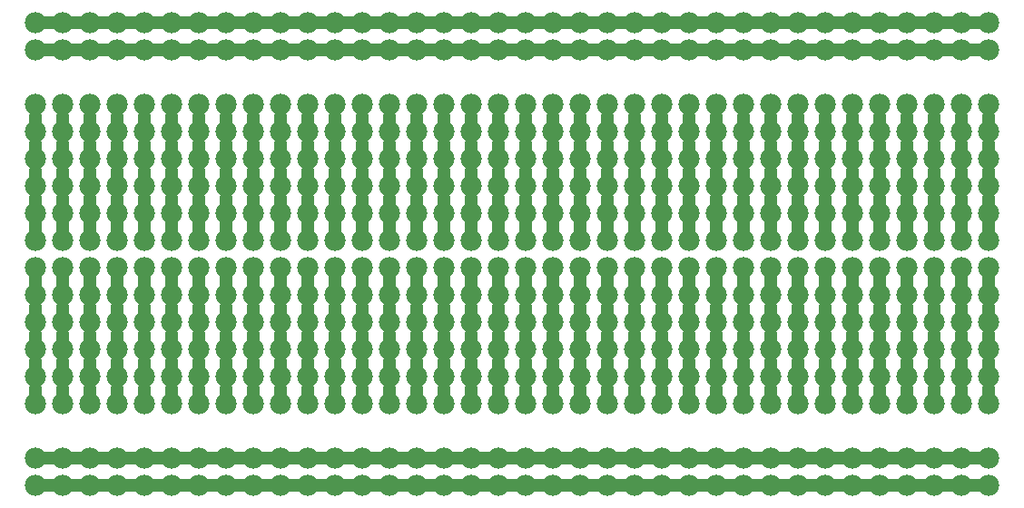
<source format=gtl>
G04 MADE WITH FRITZING*
G04 WWW.FRITZING.ORG*
G04 DOUBLE SIDED*
G04 HOLES PLATED*
G04 CONTOUR ON CENTER OF CONTOUR VECTOR*
%ASAXBY*%
%FSLAX23Y23*%
%MOIN*%
%OFA0B0*%
%SFA1.0B1.0*%
%ADD10C,0.078000*%
%ADD11C,0.048000*%
%LNCOPPER1*%
G90*
G70*
G54D10*
X3731Y1735D03*
X3631Y1735D03*
X3531Y1735D03*
X3431Y1735D03*
X3331Y1735D03*
X3231Y1735D03*
X3131Y1735D03*
X3031Y1735D03*
X2931Y1735D03*
X2831Y1735D03*
X2731Y1735D03*
X2631Y1735D03*
X2531Y1735D03*
X2431Y1735D03*
X2331Y1735D03*
X2231Y1735D03*
X2131Y1735D03*
X2031Y1735D03*
X1931Y1735D03*
X1831Y1735D03*
X1731Y1735D03*
X1631Y1735D03*
X1531Y1735D03*
X1431Y1735D03*
X1331Y1735D03*
X1231Y1735D03*
X1131Y1735D03*
X1031Y1735D03*
X931Y1735D03*
X831Y1735D03*
X731Y1735D03*
X631Y1735D03*
X531Y1735D03*
X431Y1735D03*
X331Y1735D03*
X231Y1735D03*
X3730Y1835D03*
X3630Y1835D03*
X3530Y1835D03*
X3430Y1835D03*
X3330Y1835D03*
X3230Y1835D03*
X3130Y1835D03*
X3030Y1835D03*
X2930Y1835D03*
X2830Y1835D03*
X2730Y1835D03*
X2630Y1835D03*
X2530Y1835D03*
X2430Y1835D03*
X2330Y1835D03*
X2230Y1835D03*
X2130Y1835D03*
X2030Y1835D03*
X1930Y1835D03*
X1830Y1835D03*
X1730Y1835D03*
X1630Y1835D03*
X1530Y1835D03*
X1430Y1835D03*
X1330Y1835D03*
X1230Y1835D03*
X1130Y1835D03*
X1030Y1835D03*
X930Y1835D03*
X830Y1835D03*
X730Y1835D03*
X630Y1835D03*
X530Y1835D03*
X430Y1835D03*
X330Y1835D03*
X230Y1835D03*
X3730Y1435D03*
X3630Y1435D03*
X3530Y1435D03*
X3430Y1435D03*
X3330Y1435D03*
X3230Y1435D03*
X3130Y1435D03*
X3030Y1435D03*
X2930Y1435D03*
X2830Y1435D03*
X2730Y1435D03*
X2630Y1435D03*
X2530Y1435D03*
X2430Y1435D03*
X2330Y1435D03*
X2230Y1435D03*
X2130Y1435D03*
X2030Y1435D03*
X1930Y1435D03*
X1830Y1435D03*
X1730Y1435D03*
X1630Y1435D03*
X1530Y1435D03*
X1430Y1435D03*
X1330Y1435D03*
X1230Y1435D03*
X1130Y1435D03*
X1030Y1435D03*
X930Y1435D03*
X830Y1435D03*
X730Y1435D03*
X630Y1435D03*
X530Y1435D03*
X430Y1435D03*
X330Y1435D03*
X230Y1435D03*
X3730Y1235D03*
X3630Y1235D03*
X3530Y1235D03*
X3430Y1235D03*
X3330Y1235D03*
X3230Y1235D03*
X3130Y1235D03*
X3030Y1235D03*
X2930Y1235D03*
X2830Y1235D03*
X2730Y1235D03*
X2630Y1235D03*
X2530Y1235D03*
X2430Y1235D03*
X2330Y1235D03*
X2230Y1235D03*
X2130Y1235D03*
X2030Y1235D03*
X1930Y1235D03*
X1830Y1235D03*
X1730Y1235D03*
X1630Y1235D03*
X1530Y1235D03*
X1430Y1235D03*
X1330Y1235D03*
X1230Y1235D03*
X1130Y1235D03*
X1030Y1235D03*
X930Y1235D03*
X830Y1235D03*
X730Y1235D03*
X630Y1235D03*
X530Y1235D03*
X430Y1235D03*
X330Y1235D03*
X230Y1235D03*
X3730Y1535D03*
X3630Y1535D03*
X3530Y1535D03*
X3430Y1535D03*
X3330Y1535D03*
X3230Y1535D03*
X3130Y1535D03*
X3030Y1535D03*
X2930Y1535D03*
X2830Y1535D03*
X2730Y1535D03*
X2630Y1535D03*
X2530Y1535D03*
X2430Y1535D03*
X2330Y1535D03*
X2230Y1535D03*
X2130Y1535D03*
X2030Y1535D03*
X1930Y1535D03*
X1830Y1535D03*
X1730Y1535D03*
X1630Y1535D03*
X1530Y1535D03*
X1430Y1535D03*
X1330Y1535D03*
X1230Y1535D03*
X1130Y1535D03*
X1030Y1535D03*
X930Y1535D03*
X830Y1535D03*
X730Y1535D03*
X630Y1535D03*
X530Y1535D03*
X430Y1535D03*
X330Y1535D03*
X230Y1535D03*
X3731Y1335D03*
X3631Y1335D03*
X3531Y1335D03*
X3431Y1335D03*
X3331Y1335D03*
X3231Y1335D03*
X3131Y1335D03*
X3031Y1335D03*
X2931Y1335D03*
X2831Y1335D03*
X2731Y1335D03*
X2631Y1335D03*
X2531Y1335D03*
X2431Y1335D03*
X2331Y1335D03*
X2231Y1335D03*
X2131Y1335D03*
X2031Y1335D03*
X1931Y1335D03*
X1831Y1335D03*
X1731Y1335D03*
X1631Y1335D03*
X1531Y1335D03*
X1431Y1335D03*
X1331Y1335D03*
X1231Y1335D03*
X1131Y1335D03*
X1031Y1335D03*
X931Y1335D03*
X831Y1335D03*
X731Y1335D03*
X631Y1335D03*
X531Y1335D03*
X431Y1335D03*
X331Y1335D03*
X231Y1335D03*
X3730Y1135D03*
X3630Y1135D03*
X3530Y1135D03*
X3430Y1135D03*
X3330Y1135D03*
X3230Y1135D03*
X3130Y1135D03*
X3030Y1135D03*
X2930Y1135D03*
X2830Y1135D03*
X2730Y1135D03*
X2630Y1135D03*
X2530Y1135D03*
X2430Y1135D03*
X2330Y1135D03*
X2230Y1135D03*
X2130Y1135D03*
X2030Y1135D03*
X1930Y1135D03*
X1830Y1135D03*
X1730Y1135D03*
X1630Y1135D03*
X1530Y1135D03*
X1430Y1135D03*
X1330Y1135D03*
X1230Y1135D03*
X1130Y1135D03*
X1030Y1135D03*
X930Y1135D03*
X830Y1135D03*
X730Y1135D03*
X630Y1135D03*
X530Y1135D03*
X430Y1135D03*
X330Y1135D03*
X230Y1135D03*
X3731Y136D03*
X3631Y136D03*
X3531Y136D03*
X3431Y136D03*
X3331Y136D03*
X3231Y136D03*
X3131Y136D03*
X3031Y136D03*
X2931Y136D03*
X2831Y136D03*
X2731Y136D03*
X2631Y136D03*
X2531Y136D03*
X2431Y136D03*
X2331Y136D03*
X2231Y136D03*
X2131Y136D03*
X2031Y136D03*
X1931Y136D03*
X1831Y136D03*
X1731Y136D03*
X1631Y136D03*
X1531Y136D03*
X1431Y136D03*
X1331Y136D03*
X1231Y136D03*
X1131Y136D03*
X1031Y136D03*
X931Y136D03*
X831Y136D03*
X731Y136D03*
X631Y136D03*
X531Y136D03*
X431Y136D03*
X331Y136D03*
X231Y136D03*
X3730Y236D03*
X3630Y236D03*
X3530Y236D03*
X3430Y236D03*
X3330Y236D03*
X3230Y236D03*
X3130Y236D03*
X3030Y236D03*
X2930Y236D03*
X2830Y236D03*
X2730Y236D03*
X2630Y236D03*
X2530Y236D03*
X2430Y236D03*
X2330Y236D03*
X2230Y236D03*
X2130Y236D03*
X2030Y236D03*
X1930Y236D03*
X1830Y236D03*
X1730Y236D03*
X1630Y236D03*
X1530Y236D03*
X1430Y236D03*
X1330Y236D03*
X1230Y236D03*
X1130Y236D03*
X1030Y236D03*
X930Y236D03*
X830Y236D03*
X730Y236D03*
X630Y236D03*
X530Y236D03*
X430Y236D03*
X330Y236D03*
X230Y236D03*
X3730Y635D03*
X3630Y635D03*
X3530Y635D03*
X3430Y635D03*
X3330Y635D03*
X3230Y635D03*
X3130Y635D03*
X3030Y635D03*
X2930Y635D03*
X2830Y635D03*
X2730Y635D03*
X2630Y635D03*
X2530Y635D03*
X2430Y635D03*
X2330Y635D03*
X2230Y635D03*
X2130Y635D03*
X2030Y635D03*
X1930Y635D03*
X1830Y635D03*
X1730Y635D03*
X1630Y635D03*
X1530Y635D03*
X1430Y635D03*
X1330Y635D03*
X1230Y635D03*
X1130Y635D03*
X1030Y635D03*
X930Y635D03*
X830Y635D03*
X730Y635D03*
X630Y635D03*
X530Y635D03*
X430Y635D03*
X330Y635D03*
X230Y635D03*
X3730Y435D03*
X3630Y435D03*
X3530Y435D03*
X3430Y435D03*
X3330Y435D03*
X3230Y435D03*
X3130Y435D03*
X3030Y435D03*
X2930Y435D03*
X2830Y435D03*
X2730Y435D03*
X2630Y435D03*
X2530Y435D03*
X2430Y435D03*
X2330Y435D03*
X2230Y435D03*
X2130Y435D03*
X2030Y435D03*
X1930Y435D03*
X1830Y435D03*
X1730Y435D03*
X1630Y435D03*
X1530Y435D03*
X1430Y435D03*
X1330Y435D03*
X1230Y435D03*
X1130Y435D03*
X1030Y435D03*
X930Y435D03*
X830Y435D03*
X730Y435D03*
X630Y435D03*
X530Y435D03*
X430Y435D03*
X330Y435D03*
X230Y435D03*
X3730Y735D03*
X3630Y735D03*
X3530Y735D03*
X3430Y735D03*
X3330Y735D03*
X3230Y735D03*
X3130Y735D03*
X3030Y735D03*
X2930Y735D03*
X2830Y735D03*
X2730Y735D03*
X2630Y735D03*
X2530Y735D03*
X2430Y735D03*
X2330Y735D03*
X2230Y735D03*
X2130Y735D03*
X2030Y735D03*
X1930Y735D03*
X1830Y735D03*
X1730Y735D03*
X1630Y735D03*
X1530Y735D03*
X1430Y735D03*
X1330Y735D03*
X1230Y735D03*
X1130Y735D03*
X1030Y735D03*
X930Y735D03*
X830Y735D03*
X730Y735D03*
X630Y735D03*
X530Y735D03*
X430Y735D03*
X330Y735D03*
X230Y735D03*
X3730Y835D03*
X3630Y835D03*
X3530Y835D03*
X3430Y835D03*
X3330Y835D03*
X3230Y835D03*
X3130Y835D03*
X3030Y835D03*
X2930Y835D03*
X2830Y835D03*
X2730Y835D03*
X2630Y835D03*
X2530Y835D03*
X2430Y835D03*
X2330Y835D03*
X2230Y835D03*
X2130Y835D03*
X2030Y835D03*
X1930Y835D03*
X1830Y835D03*
X1730Y835D03*
X1630Y835D03*
X1530Y835D03*
X1430Y835D03*
X1330Y835D03*
X1230Y835D03*
X1130Y835D03*
X1030Y835D03*
X930Y835D03*
X830Y835D03*
X730Y835D03*
X630Y835D03*
X530Y835D03*
X430Y835D03*
X330Y835D03*
X230Y835D03*
X3729Y535D03*
X3629Y535D03*
X3529Y535D03*
X3429Y535D03*
X3329Y535D03*
X3229Y535D03*
X3129Y535D03*
X3029Y535D03*
X2929Y535D03*
X2829Y535D03*
X2729Y535D03*
X2629Y535D03*
X2529Y535D03*
X2429Y535D03*
X2329Y535D03*
X2229Y535D03*
X2129Y535D03*
X2029Y535D03*
X1929Y535D03*
X1829Y535D03*
X1729Y535D03*
X1629Y535D03*
X1529Y535D03*
X1429Y535D03*
X1329Y535D03*
X1229Y535D03*
X1129Y535D03*
X1029Y535D03*
X929Y535D03*
X829Y535D03*
X729Y535D03*
X629Y535D03*
X529Y535D03*
X429Y535D03*
X329Y535D03*
X229Y535D03*
X3730Y1035D03*
X3630Y1035D03*
X3530Y1035D03*
X3430Y1035D03*
X3330Y1035D03*
X3230Y1035D03*
X3130Y1035D03*
X3030Y1035D03*
X2930Y1035D03*
X2830Y1035D03*
X2730Y1035D03*
X2630Y1035D03*
X2530Y1035D03*
X2430Y1035D03*
X2330Y1035D03*
X2230Y1035D03*
X2130Y1035D03*
X2030Y1035D03*
X1930Y1035D03*
X1830Y1035D03*
X1730Y1035D03*
X1630Y1035D03*
X1530Y1035D03*
X1430Y1035D03*
X1330Y1035D03*
X1230Y1035D03*
X1130Y1035D03*
X1030Y1035D03*
X930Y1035D03*
X830Y1035D03*
X730Y1035D03*
X630Y1035D03*
X530Y1035D03*
X430Y1035D03*
X330Y1035D03*
X230Y1035D03*
X3730Y935D03*
X3630Y935D03*
X3530Y935D03*
X3430Y935D03*
X3330Y935D03*
X3230Y935D03*
X3130Y935D03*
X3030Y935D03*
X2930Y935D03*
X2830Y935D03*
X2730Y935D03*
X2630Y935D03*
X2530Y935D03*
X2430Y935D03*
X2330Y935D03*
X2230Y935D03*
X2130Y935D03*
X2030Y935D03*
X1930Y935D03*
X1830Y935D03*
X1730Y935D03*
X1630Y935D03*
X1530Y935D03*
X1430Y935D03*
X1330Y935D03*
X1230Y935D03*
X1130Y935D03*
X1030Y935D03*
X930Y935D03*
X830Y935D03*
X730Y935D03*
X630Y935D03*
X530Y935D03*
X430Y935D03*
X330Y935D03*
X230Y935D03*
G54D11*
X1172Y1835D02*
X1189Y1835D01*
D02*
X1072Y1835D02*
X1089Y1835D01*
D02*
X972Y1835D02*
X989Y1835D01*
D02*
X872Y1835D02*
X889Y1835D01*
D02*
X772Y1835D02*
X789Y1835D01*
D02*
X672Y1835D02*
X689Y1835D01*
D02*
X572Y1835D02*
X589Y1835D01*
D02*
X472Y1835D02*
X489Y1835D01*
D02*
X372Y1835D02*
X389Y1835D01*
D02*
X272Y1835D02*
X289Y1835D01*
D02*
X2172Y1835D02*
X2189Y1835D01*
D02*
X2072Y1835D02*
X2089Y1835D01*
D02*
X1972Y1835D02*
X1989Y1835D01*
D02*
X1872Y1835D02*
X1889Y1835D01*
D02*
X1772Y1835D02*
X1789Y1835D01*
D02*
X1672Y1835D02*
X1689Y1835D01*
D02*
X1572Y1835D02*
X1589Y1835D01*
D02*
X1472Y1835D02*
X1489Y1835D01*
D02*
X1372Y1835D02*
X1389Y1835D01*
D02*
X1272Y1835D02*
X1289Y1835D01*
D02*
X3172Y1835D02*
X3189Y1835D01*
D02*
X3072Y1835D02*
X3089Y1835D01*
D02*
X2972Y1835D02*
X2989Y1835D01*
D02*
X2872Y1835D02*
X2889Y1835D01*
D02*
X2772Y1835D02*
X2789Y1835D01*
D02*
X2672Y1835D02*
X2689Y1835D01*
D02*
X2572Y1835D02*
X2589Y1835D01*
D02*
X2472Y1835D02*
X2489Y1835D01*
D02*
X2372Y1835D02*
X2389Y1835D01*
D02*
X2272Y1835D02*
X2289Y1835D01*
D02*
X672Y1735D02*
X690Y1735D01*
D02*
X572Y1735D02*
X590Y1735D01*
D02*
X472Y1735D02*
X490Y1735D01*
D02*
X372Y1735D02*
X390Y1735D01*
D02*
X272Y1735D02*
X290Y1735D01*
D02*
X3672Y1835D02*
X3689Y1835D01*
D02*
X3572Y1835D02*
X3589Y1835D01*
D02*
X3472Y1835D02*
X3489Y1835D01*
D02*
X3372Y1835D02*
X3389Y1835D01*
D02*
X3272Y1835D02*
X3289Y1835D01*
D02*
X1672Y1735D02*
X1690Y1735D01*
D02*
X1572Y1735D02*
X1590Y1735D01*
D02*
X1472Y1735D02*
X1490Y1735D01*
D02*
X1372Y1735D02*
X1390Y1735D01*
D02*
X1272Y1735D02*
X1290Y1735D01*
D02*
X1172Y1735D02*
X1190Y1735D01*
D02*
X1072Y1735D02*
X1090Y1735D01*
D02*
X972Y1735D02*
X990Y1735D01*
D02*
X872Y1735D02*
X890Y1735D01*
D02*
X772Y1735D02*
X790Y1735D01*
D02*
X2572Y1735D02*
X2590Y1735D01*
D02*
X2472Y1735D02*
X2490Y1735D01*
D02*
X2372Y1735D02*
X2390Y1735D01*
D02*
X2272Y1735D02*
X2290Y1735D01*
D02*
X2172Y1735D02*
X2190Y1735D01*
D02*
X2072Y1735D02*
X2090Y1735D01*
D02*
X1972Y1735D02*
X1990Y1735D01*
D02*
X1872Y1735D02*
X1890Y1735D01*
D02*
X1772Y1735D02*
X1790Y1735D01*
D02*
X3572Y1735D02*
X3590Y1735D01*
D02*
X3472Y1735D02*
X3490Y1735D01*
D02*
X3372Y1735D02*
X3390Y1735D01*
D02*
X3272Y1735D02*
X3290Y1735D01*
D02*
X3172Y1735D02*
X3190Y1735D01*
D02*
X3072Y1735D02*
X3090Y1735D01*
D02*
X2972Y1735D02*
X2990Y1735D01*
D02*
X2872Y1735D02*
X2890Y1735D01*
D02*
X2772Y1735D02*
X2790Y1735D01*
D02*
X2672Y1735D02*
X2690Y1735D01*
D02*
X1071Y236D02*
X1089Y236D01*
D02*
X971Y236D02*
X989Y236D01*
D02*
X871Y236D02*
X889Y236D01*
D02*
X771Y236D02*
X789Y236D01*
D02*
X671Y236D02*
X689Y236D01*
D02*
X571Y236D02*
X589Y236D01*
D02*
X471Y236D02*
X489Y236D01*
D02*
X371Y236D02*
X389Y236D01*
D02*
X271Y236D02*
X289Y236D01*
D02*
X3672Y1735D02*
X3690Y1735D01*
D02*
X2071Y236D02*
X2089Y236D01*
D02*
X1971Y236D02*
X1989Y236D01*
D02*
X1871Y236D02*
X1889Y236D01*
D02*
X1771Y236D02*
X1789Y236D01*
D02*
X1671Y236D02*
X1689Y236D01*
D02*
X1571Y236D02*
X1589Y236D01*
D02*
X1471Y236D02*
X1489Y236D01*
D02*
X1371Y236D02*
X1389Y236D01*
D02*
X1271Y236D02*
X1289Y236D01*
D02*
X1171Y236D02*
X1189Y236D01*
D02*
X3071Y236D02*
X3089Y236D01*
D02*
X2971Y236D02*
X2989Y236D01*
D02*
X2871Y236D02*
X2889Y236D01*
D02*
X2771Y236D02*
X2789Y236D01*
D02*
X2671Y236D02*
X2689Y236D01*
D02*
X2571Y236D02*
X2589Y236D01*
D02*
X2471Y236D02*
X2489Y236D01*
D02*
X2371Y236D02*
X2389Y236D01*
D02*
X2271Y236D02*
X2289Y236D01*
D02*
X2171Y236D02*
X2189Y236D01*
D02*
X572Y136D02*
X589Y136D01*
D02*
X472Y136D02*
X489Y136D01*
D02*
X372Y136D02*
X389Y136D01*
D02*
X272Y136D02*
X289Y136D01*
D02*
X3671Y236D02*
X3689Y236D01*
D02*
X3571Y236D02*
X3589Y236D01*
D02*
X3471Y236D02*
X3489Y236D01*
D02*
X3371Y236D02*
X3389Y236D01*
D02*
X3271Y236D02*
X3289Y236D01*
D02*
X3171Y236D02*
X3189Y236D01*
D02*
X1572Y136D02*
X1589Y136D01*
D02*
X1472Y136D02*
X1489Y136D01*
D02*
X1372Y136D02*
X1389Y136D01*
D02*
X1272Y136D02*
X1289Y136D01*
D02*
X1172Y136D02*
X1189Y136D01*
D02*
X1072Y136D02*
X1089Y136D01*
D02*
X972Y136D02*
X989Y136D01*
D02*
X872Y136D02*
X889Y136D01*
D02*
X772Y136D02*
X789Y136D01*
D02*
X672Y136D02*
X689Y136D01*
D02*
X2572Y136D02*
X2589Y136D01*
D02*
X2472Y136D02*
X2489Y136D01*
D02*
X2372Y136D02*
X2389Y136D01*
D02*
X2272Y136D02*
X2289Y136D01*
D02*
X2172Y136D02*
X2189Y136D01*
D02*
X2072Y136D02*
X2089Y136D01*
D02*
X1972Y136D02*
X1989Y136D01*
D02*
X1872Y136D02*
X1889Y136D01*
D02*
X1772Y136D02*
X1789Y136D01*
D02*
X1672Y136D02*
X1689Y136D01*
D02*
X3572Y136D02*
X3589Y136D01*
D02*
X3472Y136D02*
X3489Y136D01*
D02*
X3372Y136D02*
X3389Y136D01*
D02*
X3272Y136D02*
X3289Y136D01*
D02*
X3172Y136D02*
X3189Y136D01*
D02*
X3072Y136D02*
X3089Y136D01*
D02*
X2972Y136D02*
X2989Y136D01*
D02*
X2872Y136D02*
X2889Y136D01*
D02*
X2772Y136D02*
X2789Y136D01*
D02*
X2672Y136D02*
X2689Y136D01*
D02*
X430Y1176D02*
X430Y1194D01*
D02*
X330Y1476D02*
X330Y1494D01*
D02*
X330Y1376D02*
X330Y1394D01*
D02*
X330Y1276D02*
X330Y1294D01*
D02*
X330Y1176D02*
X330Y1194D01*
D02*
X230Y1476D02*
X230Y1494D01*
D02*
X230Y1376D02*
X230Y1394D01*
D02*
X230Y1276D02*
X230Y1294D01*
D02*
X230Y1194D02*
X230Y1176D01*
D02*
X3672Y136D02*
X3689Y136D01*
D02*
X630Y1376D02*
X630Y1394D01*
D02*
X630Y1276D02*
X630Y1294D01*
D02*
X630Y1176D02*
X630Y1194D01*
D02*
X530Y1476D02*
X530Y1494D01*
D02*
X530Y1376D02*
X530Y1394D01*
D02*
X530Y1276D02*
X530Y1294D01*
D02*
X530Y1176D02*
X530Y1194D01*
D02*
X430Y1476D02*
X430Y1494D01*
D02*
X430Y1376D02*
X430Y1394D01*
D02*
X430Y1276D02*
X430Y1294D01*
D02*
X930Y1176D02*
X930Y1194D01*
D02*
X830Y1476D02*
X830Y1494D01*
D02*
X830Y1376D02*
X830Y1394D01*
D02*
X830Y1276D02*
X830Y1294D01*
D02*
X830Y1176D02*
X830Y1194D01*
D02*
X730Y1476D02*
X730Y1494D01*
D02*
X730Y1376D02*
X730Y1394D01*
D02*
X730Y1276D02*
X730Y1294D01*
D02*
X730Y1176D02*
X730Y1194D01*
D02*
X630Y1476D02*
X630Y1494D01*
D02*
X1130Y1376D02*
X1130Y1394D01*
D02*
X1130Y1276D02*
X1130Y1294D01*
D02*
X1130Y1176D02*
X1130Y1194D01*
D02*
X1030Y1476D02*
X1030Y1494D01*
D02*
X1030Y1376D02*
X1030Y1394D01*
D02*
X1030Y1276D02*
X1030Y1294D01*
D02*
X1030Y1176D02*
X1030Y1194D01*
D02*
X930Y1476D02*
X930Y1494D01*
D02*
X930Y1376D02*
X930Y1394D01*
D02*
X930Y1276D02*
X930Y1294D01*
D02*
X1430Y1176D02*
X1430Y1194D01*
D02*
X1330Y1476D02*
X1330Y1494D01*
D02*
X1330Y1376D02*
X1330Y1394D01*
D02*
X1330Y1276D02*
X1330Y1294D01*
D02*
X1330Y1176D02*
X1330Y1194D01*
D02*
X1230Y1476D02*
X1230Y1494D01*
D02*
X1230Y1376D02*
X1230Y1394D01*
D02*
X1230Y1276D02*
X1230Y1294D01*
D02*
X1230Y1176D02*
X1230Y1194D01*
D02*
X1130Y1476D02*
X1130Y1494D01*
D02*
X1630Y1376D02*
X1630Y1394D01*
D02*
X1630Y1276D02*
X1630Y1294D01*
D02*
X1630Y1176D02*
X1630Y1194D01*
D02*
X1530Y1476D02*
X1530Y1494D01*
D02*
X1530Y1376D02*
X1530Y1394D01*
D02*
X1530Y1276D02*
X1530Y1294D01*
D02*
X1530Y1176D02*
X1530Y1194D01*
D02*
X1430Y1476D02*
X1430Y1494D01*
D02*
X1430Y1376D02*
X1430Y1394D01*
D02*
X1430Y1276D02*
X1430Y1294D01*
D02*
X1930Y1176D02*
X1930Y1194D01*
D02*
X1830Y1476D02*
X1830Y1494D01*
D02*
X1830Y1376D02*
X1830Y1394D01*
D02*
X1830Y1276D02*
X1830Y1294D01*
D02*
X1830Y1176D02*
X1830Y1194D01*
D02*
X1730Y1476D02*
X1730Y1494D01*
D02*
X1730Y1376D02*
X1730Y1394D01*
D02*
X1730Y1276D02*
X1730Y1294D01*
D02*
X1730Y1176D02*
X1730Y1194D01*
D02*
X1630Y1476D02*
X1630Y1494D01*
D02*
X2130Y1376D02*
X2130Y1394D01*
D02*
X2130Y1276D02*
X2130Y1294D01*
D02*
X2130Y1176D02*
X2130Y1194D01*
D02*
X2030Y1476D02*
X2030Y1494D01*
D02*
X2030Y1376D02*
X2030Y1394D01*
D02*
X2030Y1276D02*
X2030Y1294D01*
D02*
X2030Y1176D02*
X2030Y1194D01*
D02*
X1930Y1476D02*
X1930Y1494D01*
D02*
X1930Y1376D02*
X1930Y1394D01*
D02*
X1930Y1276D02*
X1930Y1294D01*
D02*
X2430Y1176D02*
X2430Y1194D01*
D02*
X2330Y1476D02*
X2330Y1494D01*
D02*
X2330Y1376D02*
X2330Y1394D01*
D02*
X2330Y1276D02*
X2330Y1294D01*
D02*
X2330Y1176D02*
X2330Y1194D01*
D02*
X2230Y1476D02*
X2230Y1494D01*
D02*
X2230Y1376D02*
X2230Y1394D01*
D02*
X2230Y1276D02*
X2230Y1294D01*
D02*
X2230Y1176D02*
X2230Y1194D01*
D02*
X2130Y1476D02*
X2130Y1494D01*
D02*
X2630Y1376D02*
X2630Y1394D01*
D02*
X2630Y1276D02*
X2630Y1294D01*
D02*
X2630Y1176D02*
X2630Y1194D01*
D02*
X2530Y1476D02*
X2530Y1494D01*
D02*
X2530Y1376D02*
X2530Y1394D01*
D02*
X2530Y1276D02*
X2530Y1294D01*
D02*
X2530Y1176D02*
X2530Y1194D01*
D02*
X2430Y1476D02*
X2430Y1494D01*
D02*
X2430Y1376D02*
X2430Y1394D01*
D02*
X2430Y1276D02*
X2430Y1294D01*
D02*
X2930Y1176D02*
X2930Y1194D01*
D02*
X2830Y1476D02*
X2830Y1494D01*
D02*
X2830Y1376D02*
X2830Y1394D01*
D02*
X2830Y1276D02*
X2830Y1294D01*
D02*
X2830Y1176D02*
X2830Y1194D01*
D02*
X2730Y1476D02*
X2730Y1494D01*
D02*
X2730Y1376D02*
X2730Y1394D01*
D02*
X2730Y1276D02*
X2730Y1294D01*
D02*
X2730Y1176D02*
X2730Y1194D01*
D02*
X2630Y1476D02*
X2630Y1494D01*
D02*
X3130Y1376D02*
X3130Y1394D01*
D02*
X3130Y1276D02*
X3130Y1294D01*
D02*
X3130Y1176D02*
X3130Y1194D01*
D02*
X3030Y1476D02*
X3030Y1494D01*
D02*
X3030Y1376D02*
X3030Y1394D01*
D02*
X3030Y1276D02*
X3030Y1294D01*
D02*
X3030Y1176D02*
X3030Y1194D01*
D02*
X2930Y1476D02*
X2930Y1494D01*
D02*
X2930Y1376D02*
X2930Y1394D01*
D02*
X2930Y1276D02*
X2930Y1294D01*
D02*
X3430Y1176D02*
X3430Y1194D01*
D02*
X3330Y1476D02*
X3330Y1494D01*
D02*
X3330Y1376D02*
X3330Y1394D01*
D02*
X3330Y1276D02*
X3330Y1294D01*
D02*
X3330Y1176D02*
X3330Y1194D01*
D02*
X3230Y1476D02*
X3230Y1494D01*
D02*
X3230Y1376D02*
X3230Y1394D01*
D02*
X3230Y1276D02*
X3230Y1294D01*
D02*
X3230Y1176D02*
X3230Y1194D01*
D02*
X3130Y1476D02*
X3130Y1494D01*
D02*
X3630Y1376D02*
X3630Y1394D01*
D02*
X3630Y1276D02*
X3630Y1294D01*
D02*
X3630Y1176D02*
X3630Y1194D01*
D02*
X3530Y1476D02*
X3530Y1494D01*
D02*
X3530Y1376D02*
X3530Y1394D01*
D02*
X3530Y1276D02*
X3530Y1294D01*
D02*
X3530Y1176D02*
X3530Y1194D01*
D02*
X3430Y1476D02*
X3430Y1494D01*
D02*
X3430Y1376D02*
X3430Y1394D01*
D02*
X3430Y1276D02*
X3430Y1294D01*
D02*
X330Y476D02*
X330Y494D01*
D02*
X230Y777D02*
X230Y794D01*
D02*
X230Y677D02*
X230Y694D01*
D02*
X230Y576D02*
X230Y594D01*
D02*
X230Y476D02*
X230Y494D01*
D02*
X3730Y1476D02*
X3730Y1494D01*
D02*
X3730Y1376D02*
X3730Y1394D01*
D02*
X3730Y1276D02*
X3730Y1294D01*
D02*
X3730Y1176D02*
X3730Y1194D01*
D02*
X3630Y1476D02*
X3630Y1494D01*
D02*
X530Y677D02*
X530Y694D01*
D02*
X530Y576D02*
X530Y594D01*
D02*
X530Y476D02*
X530Y494D01*
D02*
X430Y777D02*
X430Y794D01*
D02*
X430Y677D02*
X430Y694D01*
D02*
X430Y576D02*
X430Y594D01*
D02*
X430Y476D02*
X430Y494D01*
D02*
X330Y777D02*
X330Y794D01*
D02*
X330Y677D02*
X330Y694D01*
D02*
X330Y576D02*
X330Y594D01*
D02*
X830Y476D02*
X830Y494D01*
D02*
X730Y777D02*
X730Y794D01*
D02*
X730Y677D02*
X730Y694D01*
D02*
X730Y576D02*
X730Y594D01*
D02*
X730Y476D02*
X730Y494D01*
D02*
X630Y777D02*
X630Y794D01*
D02*
X630Y677D02*
X630Y694D01*
D02*
X630Y576D02*
X630Y594D01*
D02*
X630Y476D02*
X630Y494D01*
D02*
X530Y777D02*
X530Y794D01*
D02*
X1030Y677D02*
X1030Y694D01*
D02*
X1030Y576D02*
X1030Y594D01*
D02*
X1030Y476D02*
X1030Y494D01*
D02*
X930Y777D02*
X930Y794D01*
D02*
X930Y677D02*
X930Y694D01*
D02*
X930Y576D02*
X930Y594D01*
D02*
X930Y476D02*
X930Y494D01*
D02*
X830Y777D02*
X830Y794D01*
D02*
X830Y677D02*
X830Y694D01*
D02*
X830Y576D02*
X830Y594D01*
D02*
X1330Y476D02*
X1330Y494D01*
D02*
X1230Y777D02*
X1230Y794D01*
D02*
X1230Y677D02*
X1230Y694D01*
D02*
X1230Y576D02*
X1230Y594D01*
D02*
X1230Y476D02*
X1230Y494D01*
D02*
X1130Y777D02*
X1130Y794D01*
D02*
X1130Y677D02*
X1130Y694D01*
D02*
X1130Y576D02*
X1130Y594D01*
D02*
X1130Y476D02*
X1130Y494D01*
D02*
X1030Y777D02*
X1030Y794D01*
D02*
X1530Y677D02*
X1530Y694D01*
D02*
X1530Y576D02*
X1530Y594D01*
D02*
X1530Y476D02*
X1530Y494D01*
D02*
X1430Y777D02*
X1430Y794D01*
D02*
X1430Y677D02*
X1430Y694D01*
D02*
X1430Y576D02*
X1430Y594D01*
D02*
X1430Y476D02*
X1430Y494D01*
D02*
X1330Y777D02*
X1330Y794D01*
D02*
X1330Y677D02*
X1330Y694D01*
D02*
X1330Y576D02*
X1330Y594D01*
D02*
X1830Y476D02*
X1830Y494D01*
D02*
X1730Y777D02*
X1730Y794D01*
D02*
X1730Y677D02*
X1730Y694D01*
D02*
X1730Y576D02*
X1730Y594D01*
D02*
X1730Y476D02*
X1730Y494D01*
D02*
X1630Y777D02*
X1630Y794D01*
D02*
X1630Y677D02*
X1630Y694D01*
D02*
X1630Y576D02*
X1630Y594D01*
D02*
X1630Y476D02*
X1630Y494D01*
D02*
X1530Y777D02*
X1530Y794D01*
D02*
X2030Y677D02*
X2030Y694D01*
D02*
X2030Y576D02*
X2030Y594D01*
D02*
X2030Y476D02*
X2030Y494D01*
D02*
X1930Y777D02*
X1930Y794D01*
D02*
X1930Y677D02*
X1930Y694D01*
D02*
X1930Y576D02*
X1930Y594D01*
D02*
X1930Y476D02*
X1930Y494D01*
D02*
X1830Y777D02*
X1830Y794D01*
D02*
X1830Y677D02*
X1830Y694D01*
D02*
X1830Y576D02*
X1830Y594D01*
D02*
X2330Y476D02*
X2330Y494D01*
D02*
X2230Y777D02*
X2230Y794D01*
D02*
X2230Y677D02*
X2230Y694D01*
D02*
X2230Y576D02*
X2230Y594D01*
D02*
X2230Y476D02*
X2230Y494D01*
D02*
X2130Y777D02*
X2130Y794D01*
D02*
X2130Y677D02*
X2130Y694D01*
D02*
X2130Y576D02*
X2130Y594D01*
D02*
X2130Y476D02*
X2130Y494D01*
D02*
X2030Y777D02*
X2030Y794D01*
D02*
X2530Y677D02*
X2530Y694D01*
D02*
X2530Y576D02*
X2530Y594D01*
D02*
X2530Y476D02*
X2530Y494D01*
D02*
X2430Y777D02*
X2430Y794D01*
D02*
X2430Y677D02*
X2430Y694D01*
D02*
X2430Y576D02*
X2430Y594D01*
D02*
X2430Y476D02*
X2430Y494D01*
D02*
X2330Y777D02*
X2330Y794D01*
D02*
X2330Y677D02*
X2330Y694D01*
D02*
X2330Y576D02*
X2330Y594D01*
D02*
X2830Y476D02*
X2830Y494D01*
D02*
X2730Y777D02*
X2730Y794D01*
D02*
X2730Y677D02*
X2730Y694D01*
D02*
X2730Y576D02*
X2730Y594D01*
D02*
X2730Y476D02*
X2730Y494D01*
D02*
X2630Y777D02*
X2630Y794D01*
D02*
X2630Y677D02*
X2630Y694D01*
D02*
X2630Y576D02*
X2630Y594D01*
D02*
X2630Y476D02*
X2630Y494D01*
D02*
X2530Y777D02*
X2530Y794D01*
D02*
X3030Y677D02*
X3030Y694D01*
D02*
X3030Y576D02*
X3030Y594D01*
D02*
X3030Y476D02*
X3030Y494D01*
D02*
X2930Y777D02*
X2930Y794D01*
D02*
X2930Y677D02*
X2930Y694D01*
D02*
X2930Y576D02*
X2930Y594D01*
D02*
X2930Y476D02*
X2930Y494D01*
D02*
X2830Y777D02*
X2830Y794D01*
D02*
X2830Y677D02*
X2830Y694D01*
D02*
X2830Y576D02*
X2830Y594D01*
D02*
X3330Y476D02*
X3330Y494D01*
D02*
X3230Y777D02*
X3230Y794D01*
D02*
X3230Y677D02*
X3230Y694D01*
D02*
X3230Y576D02*
X3230Y594D01*
D02*
X3230Y476D02*
X3230Y494D01*
D02*
X3130Y777D02*
X3130Y794D01*
D02*
X3130Y677D02*
X3130Y694D01*
D02*
X3130Y576D02*
X3130Y594D01*
D02*
X3130Y476D02*
X3130Y494D01*
D02*
X3030Y777D02*
X3030Y794D01*
D02*
X3530Y677D02*
X3530Y694D01*
D02*
X3530Y576D02*
X3530Y594D01*
D02*
X3530Y476D02*
X3530Y494D01*
D02*
X3430Y777D02*
X3430Y794D01*
D02*
X3430Y677D02*
X3430Y694D01*
D02*
X3430Y576D02*
X3430Y594D01*
D02*
X3430Y476D02*
X3430Y494D01*
D02*
X3330Y777D02*
X3330Y794D01*
D02*
X3330Y677D02*
X3330Y694D01*
D02*
X3330Y576D02*
X3330Y594D01*
D02*
X3730Y777D02*
X3730Y794D01*
D02*
X3730Y677D02*
X3730Y694D01*
D02*
X3730Y576D02*
X3730Y594D01*
D02*
X3730Y476D02*
X3730Y494D01*
D02*
X3630Y777D02*
X3630Y794D01*
D02*
X3630Y677D02*
X3630Y694D01*
D02*
X3630Y576D02*
X3630Y594D01*
D02*
X3630Y476D02*
X3630Y494D01*
D02*
X3530Y777D02*
X3530Y794D01*
D02*
X3730Y1105D02*
X3730Y1065D01*
D02*
X3630Y1105D02*
X3630Y1065D01*
D02*
X3530Y1105D02*
X3530Y1065D01*
D02*
X3430Y1105D02*
X3430Y1065D01*
D02*
X3330Y1105D02*
X3330Y1065D01*
D02*
X3230Y1105D02*
X3230Y1065D01*
D02*
X3130Y1105D02*
X3130Y1065D01*
D02*
X3030Y1105D02*
X3030Y1065D01*
D02*
X2930Y1105D02*
X2930Y1065D01*
D02*
X2830Y1105D02*
X2830Y1065D01*
D02*
X2730Y1105D02*
X2730Y1065D01*
D02*
X2630Y1105D02*
X2630Y1065D01*
D02*
X2530Y1105D02*
X2530Y1065D01*
D02*
X2430Y1105D02*
X2430Y1065D01*
D02*
X2330Y1105D02*
X2330Y1065D01*
D02*
X2230Y1105D02*
X2230Y1065D01*
D02*
X2130Y1105D02*
X2130Y1065D01*
D02*
X2030Y1105D02*
X2030Y1065D01*
D02*
X1930Y1105D02*
X1930Y1065D01*
D02*
X1830Y1105D02*
X1830Y1065D01*
D02*
X1730Y1105D02*
X1730Y1065D01*
D02*
X1630Y1105D02*
X1630Y1065D01*
D02*
X1530Y1105D02*
X1530Y1065D01*
D02*
X1430Y1105D02*
X1430Y1065D01*
D02*
X1330Y1105D02*
X1330Y1065D01*
D02*
X1230Y1105D02*
X1230Y1065D01*
D02*
X1130Y1105D02*
X1130Y1065D01*
D02*
X1030Y1105D02*
X1030Y1065D01*
D02*
X930Y1105D02*
X930Y1065D01*
D02*
X830Y1105D02*
X830Y1065D01*
D02*
X730Y1105D02*
X730Y1065D01*
D02*
X630Y1105D02*
X630Y1065D01*
D02*
X530Y1105D02*
X530Y1065D01*
D02*
X430Y1105D02*
X430Y1065D01*
D02*
X330Y1105D02*
X330Y1065D01*
D02*
X230Y1105D02*
X230Y1065D01*
D02*
X230Y866D02*
X230Y905D01*
D02*
X330Y866D02*
X330Y905D01*
D02*
X430Y866D02*
X430Y905D01*
D02*
X530Y866D02*
X530Y905D01*
D02*
X630Y866D02*
X630Y905D01*
D02*
X730Y866D02*
X730Y905D01*
D02*
X830Y866D02*
X830Y905D01*
D02*
X930Y866D02*
X930Y905D01*
D02*
X1030Y866D02*
X1030Y905D01*
D02*
X1130Y866D02*
X1130Y905D01*
D02*
X1230Y866D02*
X1230Y905D01*
D02*
X1330Y866D02*
X1330Y905D01*
D02*
X1430Y866D02*
X1430Y905D01*
D02*
X1530Y866D02*
X1530Y905D01*
D02*
X1630Y866D02*
X1630Y905D01*
D02*
X1730Y866D02*
X1730Y905D01*
D02*
X1830Y866D02*
X1830Y905D01*
D02*
X1930Y866D02*
X1930Y905D01*
D02*
X2030Y866D02*
X2030Y905D01*
D02*
X2130Y866D02*
X2130Y905D01*
D02*
X2230Y866D02*
X2230Y905D01*
D02*
X2330Y866D02*
X2330Y905D01*
D02*
X2430Y866D02*
X2430Y905D01*
D02*
X2530Y866D02*
X2530Y905D01*
D02*
X2630Y866D02*
X2630Y905D01*
D02*
X2730Y866D02*
X2730Y905D01*
D02*
X2830Y866D02*
X2830Y905D01*
D02*
X2930Y866D02*
X2930Y905D01*
D02*
X3030Y866D02*
X3030Y905D01*
D02*
X3130Y866D02*
X3130Y905D01*
D02*
X3230Y866D02*
X3230Y905D01*
D02*
X3330Y866D02*
X3330Y905D01*
D02*
X3430Y866D02*
X3430Y905D01*
D02*
X3530Y866D02*
X3530Y905D01*
D02*
X3630Y866D02*
X3630Y905D01*
D02*
X3730Y866D02*
X3730Y905D01*
G04 End of Copper1*
M02*
</source>
